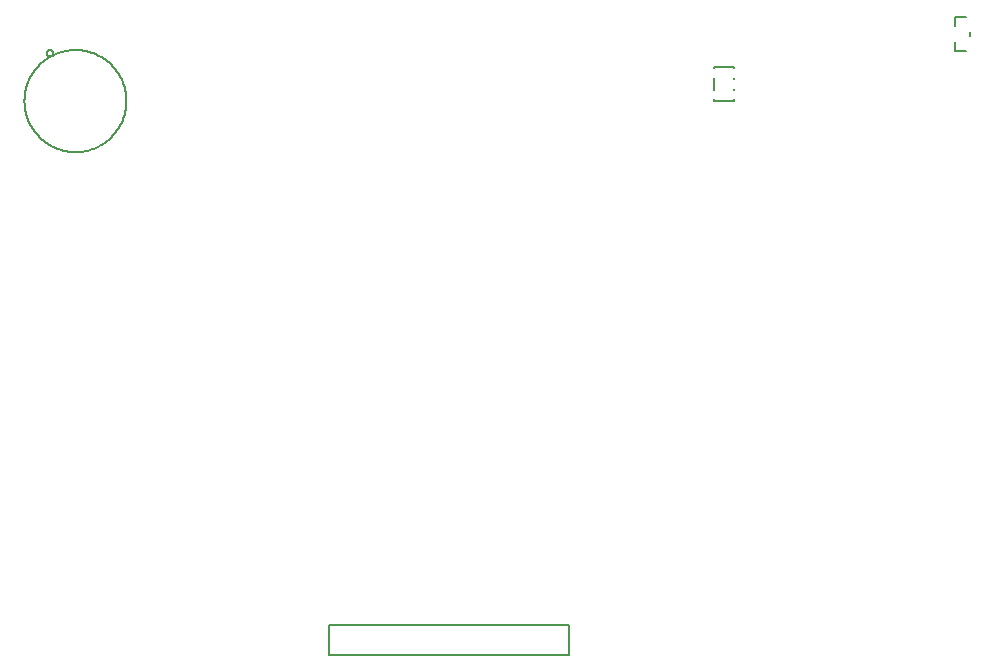
<source format=gbr>
G04 EAGLE Gerber RS-274X export*
G75*
%MOMM*%
%FSLAX34Y34*%
%LPD*%
%INSilkscreen Bottom*%
%IPPOS*%
%AMOC8*
5,1,8,0,0,1.08239X$1,22.5*%
G01*
%ADD10C,0.127000*%
%ADD11C,0.152400*%


D10*
X528600Y1400D02*
X528600Y26800D01*
X325400Y26800D01*
X325400Y1400D01*
X528600Y1400D01*
X868550Y525495D02*
X868550Y529305D01*
X864740Y512795D02*
X855850Y512795D01*
X855850Y520415D01*
X855850Y534385D02*
X855850Y542005D01*
X864740Y542005D01*
D11*
X668004Y470800D02*
X651796Y470800D01*
X651796Y499800D02*
X668004Y499800D01*
X651796Y490524D02*
X651796Y480076D01*
X668004Y489576D02*
X668004Y490524D01*
X668004Y481024D02*
X668004Y480076D01*
X668004Y498576D02*
X668004Y499800D01*
X668004Y472024D02*
X668004Y470800D01*
X651796Y470800D02*
X651796Y472024D01*
X651796Y498576D02*
X651796Y499800D01*
D10*
X67620Y470600D02*
X67633Y471660D01*
X67672Y472719D01*
X67737Y473777D01*
X67828Y474832D01*
X67945Y475886D01*
X68087Y476936D01*
X68256Y477982D01*
X68450Y479024D01*
X68669Y480061D01*
X68914Y481092D01*
X69184Y482117D01*
X69479Y483134D01*
X69799Y484145D01*
X70144Y485147D01*
X70513Y486140D01*
X70907Y487124D01*
X71324Y488098D01*
X71766Y489062D01*
X72231Y490014D01*
X72719Y490955D01*
X73230Y491883D01*
X73763Y492799D01*
X74319Y493701D01*
X74897Y494590D01*
X75497Y495463D01*
X76117Y496322D01*
X76759Y497166D01*
X77421Y497993D01*
X78104Y498804D01*
X78806Y499598D01*
X79527Y500374D01*
X80267Y501133D01*
X81026Y501873D01*
X81802Y502594D01*
X82596Y503296D01*
X83407Y503979D01*
X84234Y504641D01*
X85078Y505283D01*
X85937Y505903D01*
X86810Y506503D01*
X87699Y507081D01*
X88601Y507637D01*
X89517Y508170D01*
X90445Y508681D01*
X91386Y509169D01*
X92338Y509634D01*
X93302Y510076D01*
X94276Y510493D01*
X95260Y510887D01*
X96253Y511256D01*
X97255Y511601D01*
X98266Y511921D01*
X99283Y512216D01*
X100308Y512486D01*
X101339Y512731D01*
X102376Y512950D01*
X103418Y513144D01*
X104464Y513313D01*
X105514Y513455D01*
X106568Y513572D01*
X107623Y513663D01*
X108681Y513728D01*
X109740Y513767D01*
X110800Y513780D01*
X111860Y513767D01*
X112919Y513728D01*
X113977Y513663D01*
X115032Y513572D01*
X116086Y513455D01*
X117136Y513313D01*
X118182Y513144D01*
X119224Y512950D01*
X120261Y512731D01*
X121292Y512486D01*
X122317Y512216D01*
X123334Y511921D01*
X124345Y511601D01*
X125347Y511256D01*
X126340Y510887D01*
X127324Y510493D01*
X128298Y510076D01*
X129262Y509634D01*
X130214Y509169D01*
X131155Y508681D01*
X132083Y508170D01*
X132999Y507637D01*
X133901Y507081D01*
X134790Y506503D01*
X135663Y505903D01*
X136522Y505283D01*
X137366Y504641D01*
X138193Y503979D01*
X139004Y503296D01*
X139798Y502594D01*
X140574Y501873D01*
X141333Y501133D01*
X142073Y500374D01*
X142794Y499598D01*
X143496Y498804D01*
X144179Y497993D01*
X144841Y497166D01*
X145483Y496322D01*
X146103Y495463D01*
X146703Y494590D01*
X147281Y493701D01*
X147837Y492799D01*
X148370Y491883D01*
X148881Y490955D01*
X149369Y490014D01*
X149834Y489062D01*
X150276Y488098D01*
X150693Y487124D01*
X151087Y486140D01*
X151456Y485147D01*
X151801Y484145D01*
X152121Y483134D01*
X152416Y482117D01*
X152686Y481092D01*
X152931Y480061D01*
X153150Y479024D01*
X153344Y477982D01*
X153513Y476936D01*
X153655Y475886D01*
X153772Y474832D01*
X153863Y473777D01*
X153928Y472719D01*
X153967Y471660D01*
X153980Y470600D01*
X153967Y469540D01*
X153928Y468481D01*
X153863Y467423D01*
X153772Y466368D01*
X153655Y465314D01*
X153513Y464264D01*
X153344Y463218D01*
X153150Y462176D01*
X152931Y461139D01*
X152686Y460108D01*
X152416Y459083D01*
X152121Y458066D01*
X151801Y457055D01*
X151456Y456053D01*
X151087Y455060D01*
X150693Y454076D01*
X150276Y453102D01*
X149834Y452138D01*
X149369Y451186D01*
X148881Y450245D01*
X148370Y449317D01*
X147837Y448401D01*
X147281Y447499D01*
X146703Y446610D01*
X146103Y445737D01*
X145483Y444878D01*
X144841Y444034D01*
X144179Y443207D01*
X143496Y442396D01*
X142794Y441602D01*
X142073Y440826D01*
X141333Y440067D01*
X140574Y439327D01*
X139798Y438606D01*
X139004Y437904D01*
X138193Y437221D01*
X137366Y436559D01*
X136522Y435917D01*
X135663Y435297D01*
X134790Y434697D01*
X133901Y434119D01*
X132999Y433563D01*
X132083Y433030D01*
X131155Y432519D01*
X130214Y432031D01*
X129262Y431566D01*
X128298Y431124D01*
X127324Y430707D01*
X126340Y430313D01*
X125347Y429944D01*
X124345Y429599D01*
X123334Y429279D01*
X122317Y428984D01*
X121292Y428714D01*
X120261Y428469D01*
X119224Y428250D01*
X118182Y428056D01*
X117136Y427887D01*
X116086Y427745D01*
X115032Y427628D01*
X113977Y427537D01*
X112919Y427472D01*
X111860Y427433D01*
X110800Y427420D01*
X109740Y427433D01*
X108681Y427472D01*
X107623Y427537D01*
X106568Y427628D01*
X105514Y427745D01*
X104464Y427887D01*
X103418Y428056D01*
X102376Y428250D01*
X101339Y428469D01*
X100308Y428714D01*
X99283Y428984D01*
X98266Y429279D01*
X97255Y429599D01*
X96253Y429944D01*
X95260Y430313D01*
X94276Y430707D01*
X93302Y431124D01*
X92338Y431566D01*
X91386Y432031D01*
X90445Y432519D01*
X89517Y433030D01*
X88601Y433563D01*
X87699Y434119D01*
X86810Y434697D01*
X85937Y435297D01*
X85078Y435917D01*
X84234Y436559D01*
X83407Y437221D01*
X82596Y437904D01*
X81802Y438606D01*
X81026Y439327D01*
X80267Y440067D01*
X79527Y440826D01*
X78806Y441602D01*
X78104Y442396D01*
X77421Y443207D01*
X76759Y444034D01*
X76117Y444878D01*
X75497Y445737D01*
X74897Y446610D01*
X74319Y447499D01*
X73763Y448401D01*
X73230Y449317D01*
X72719Y450245D01*
X72231Y451186D01*
X71766Y452138D01*
X71324Y453102D01*
X70907Y454076D01*
X70513Y455060D01*
X70144Y456053D01*
X69799Y457055D01*
X69479Y458066D01*
X69184Y459083D01*
X68914Y460108D01*
X68669Y461139D01*
X68450Y462176D01*
X68256Y463218D01*
X68087Y464264D01*
X67945Y465314D01*
X67828Y466368D01*
X67737Y467423D01*
X67672Y468481D01*
X67633Y469540D01*
X67620Y470600D01*
X86670Y511240D02*
X86672Y511340D01*
X86678Y511441D01*
X86688Y511540D01*
X86702Y511640D01*
X86719Y511739D01*
X86741Y511837D01*
X86767Y511934D01*
X86796Y512030D01*
X86829Y512124D01*
X86866Y512218D01*
X86906Y512310D01*
X86950Y512400D01*
X86998Y512488D01*
X87049Y512575D01*
X87103Y512659D01*
X87161Y512741D01*
X87222Y512821D01*
X87286Y512898D01*
X87353Y512973D01*
X87423Y513045D01*
X87496Y513114D01*
X87571Y513180D01*
X87649Y513244D01*
X87729Y513304D01*
X87812Y513361D01*
X87897Y513414D01*
X87984Y513464D01*
X88073Y513511D01*
X88163Y513554D01*
X88255Y513594D01*
X88349Y513630D01*
X88444Y513662D01*
X88540Y513690D01*
X88638Y513715D01*
X88736Y513735D01*
X88835Y513752D01*
X88935Y513765D01*
X89034Y513774D01*
X89135Y513779D01*
X89235Y513780D01*
X89335Y513777D01*
X89436Y513770D01*
X89535Y513759D01*
X89635Y513744D01*
X89733Y513726D01*
X89831Y513703D01*
X89928Y513676D01*
X90023Y513646D01*
X90118Y513612D01*
X90211Y513574D01*
X90302Y513533D01*
X90392Y513488D01*
X90480Y513440D01*
X90566Y513388D01*
X90650Y513333D01*
X90731Y513274D01*
X90810Y513212D01*
X90887Y513148D01*
X90961Y513080D01*
X91032Y513009D01*
X91101Y512936D01*
X91166Y512860D01*
X91229Y512781D01*
X91288Y512700D01*
X91344Y512617D01*
X91397Y512532D01*
X91446Y512444D01*
X91492Y512355D01*
X91534Y512264D01*
X91573Y512171D01*
X91608Y512077D01*
X91639Y511982D01*
X91667Y511885D01*
X91690Y511788D01*
X91710Y511689D01*
X91726Y511590D01*
X91738Y511491D01*
X91746Y511390D01*
X91750Y511290D01*
X91750Y511190D01*
X91746Y511090D01*
X91738Y510989D01*
X91726Y510890D01*
X91710Y510791D01*
X91690Y510692D01*
X91667Y510595D01*
X91639Y510498D01*
X91608Y510403D01*
X91573Y510309D01*
X91534Y510216D01*
X91492Y510125D01*
X91446Y510036D01*
X91397Y509948D01*
X91344Y509863D01*
X91288Y509780D01*
X91229Y509699D01*
X91166Y509620D01*
X91101Y509544D01*
X91032Y509471D01*
X90961Y509400D01*
X90887Y509332D01*
X90810Y509268D01*
X90731Y509206D01*
X90650Y509147D01*
X90566Y509092D01*
X90480Y509040D01*
X90392Y508992D01*
X90302Y508947D01*
X90211Y508906D01*
X90118Y508868D01*
X90023Y508834D01*
X89928Y508804D01*
X89831Y508777D01*
X89733Y508754D01*
X89635Y508736D01*
X89535Y508721D01*
X89436Y508710D01*
X89335Y508703D01*
X89235Y508700D01*
X89135Y508701D01*
X89034Y508706D01*
X88935Y508715D01*
X88835Y508728D01*
X88736Y508745D01*
X88638Y508765D01*
X88540Y508790D01*
X88444Y508818D01*
X88349Y508850D01*
X88255Y508886D01*
X88163Y508926D01*
X88073Y508969D01*
X87984Y509016D01*
X87897Y509066D01*
X87812Y509119D01*
X87729Y509176D01*
X87649Y509236D01*
X87571Y509300D01*
X87496Y509366D01*
X87423Y509435D01*
X87353Y509507D01*
X87286Y509582D01*
X87222Y509659D01*
X87161Y509739D01*
X87103Y509821D01*
X87049Y509905D01*
X86998Y509992D01*
X86950Y510080D01*
X86906Y510170D01*
X86866Y510262D01*
X86829Y510356D01*
X86796Y510450D01*
X86767Y510546D01*
X86741Y510643D01*
X86719Y510741D01*
X86702Y510840D01*
X86688Y510940D01*
X86678Y511039D01*
X86672Y511140D01*
X86670Y511240D01*
M02*

</source>
